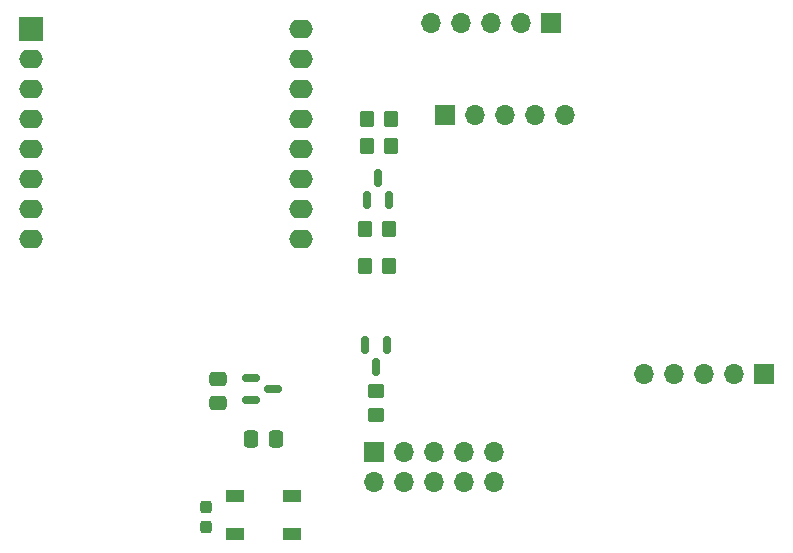
<source format=gbr>
%TF.GenerationSoftware,KiCad,Pcbnew,(6.0.0)*%
%TF.CreationDate,2022-04-16T20:40:41+02:00*%
%TF.ProjectId,bewegungsmelder,62657765-6775-46e6-9773-6d656c646572,rev?*%
%TF.SameCoordinates,Original*%
%TF.FileFunction,Soldermask,Top*%
%TF.FilePolarity,Negative*%
%FSLAX46Y46*%
G04 Gerber Fmt 4.6, Leading zero omitted, Abs format (unit mm)*
G04 Created by KiCad (PCBNEW (6.0.0)) date 2022-04-16 20:40:41*
%MOMM*%
%LPD*%
G01*
G04 APERTURE LIST*
G04 Aperture macros list*
%AMRoundRect*
0 Rectangle with rounded corners*
0 $1 Rounding radius*
0 $2 $3 $4 $5 $6 $7 $8 $9 X,Y pos of 4 corners*
0 Add a 4 corners polygon primitive as box body*
4,1,4,$2,$3,$4,$5,$6,$7,$8,$9,$2,$3,0*
0 Add four circle primitives for the rounded corners*
1,1,$1+$1,$2,$3*
1,1,$1+$1,$4,$5*
1,1,$1+$1,$6,$7*
1,1,$1+$1,$8,$9*
0 Add four rect primitives between the rounded corners*
20,1,$1+$1,$2,$3,$4,$5,0*
20,1,$1+$1,$4,$5,$6,$7,0*
20,1,$1+$1,$6,$7,$8,$9,0*
20,1,$1+$1,$8,$9,$2,$3,0*%
G04 Aperture macros list end*
%ADD10O,1.700000X1.700000*%
%ADD11R,1.700000X1.700000*%
%ADD12RoundRect,0.237500X-0.237500X0.300000X-0.237500X-0.300000X0.237500X-0.300000X0.237500X0.300000X0*%
%ADD13RoundRect,0.250000X0.450000X-0.350000X0.450000X0.350000X-0.450000X0.350000X-0.450000X-0.350000X0*%
%ADD14R,2.000000X2.000000*%
%ADD15O,2.000000X1.600000*%
%ADD16RoundRect,0.150000X-0.150000X0.587500X-0.150000X-0.587500X0.150000X-0.587500X0.150000X0.587500X0*%
%ADD17RoundRect,0.250000X-0.337500X-0.475000X0.337500X-0.475000X0.337500X0.475000X-0.337500X0.475000X0*%
%ADD18RoundRect,0.250000X-0.350000X-0.450000X0.350000X-0.450000X0.350000X0.450000X-0.350000X0.450000X0*%
%ADD19RoundRect,0.250000X-0.475000X0.337500X-0.475000X-0.337500X0.475000X-0.337500X0.475000X0.337500X0*%
%ADD20R,1.500000X1.000000*%
%ADD21RoundRect,0.150000X-0.587500X-0.150000X0.587500X-0.150000X0.587500X0.150000X-0.587500X0.150000X0*%
%ADD22RoundRect,0.150000X0.150000X-0.587500X0.150000X0.587500X-0.150000X0.587500X-0.150000X-0.587500X0*%
G04 APERTURE END LIST*
D10*
%TO.C,J1*%
X101854000Y-126238000D03*
X104394000Y-126238000D03*
X106934000Y-126238000D03*
X109474000Y-126238000D03*
X112014000Y-126238000D03*
X112014000Y-123698000D03*
X109474000Y-123698000D03*
X106934000Y-123698000D03*
X104394000Y-123698000D03*
D11*
X101854000Y-123698000D03*
%TD*%
%TO.C,J3*%
X116840000Y-87408000D03*
D10*
X114300000Y-87408000D03*
X111760000Y-87408000D03*
X109220000Y-87408000D03*
X106680000Y-87408000D03*
%TD*%
D11*
%TO.C,J2*%
X134874000Y-117094000D03*
D10*
X132334000Y-117094000D03*
X129794000Y-117094000D03*
X127254000Y-117094000D03*
X124714000Y-117094000D03*
%TD*%
D12*
%TO.C,C1*%
X87630000Y-128323000D03*
X87630000Y-130048000D03*
%TD*%
D13*
%TO.C,R4*%
X101981000Y-120523000D03*
X101981000Y-118523000D03*
%TD*%
D14*
%TO.C,U1*%
X72748000Y-87884000D03*
D15*
X72748000Y-90424000D03*
X72748000Y-92964000D03*
X72748000Y-95504000D03*
X72748000Y-98044000D03*
X72748000Y-100584000D03*
X72748000Y-103124000D03*
X72748000Y-105664000D03*
X95608000Y-105664000D03*
X95608000Y-103124000D03*
X95608000Y-100584000D03*
X95608000Y-98044000D03*
X95608000Y-95504000D03*
X95608000Y-92964000D03*
X95608000Y-90424000D03*
X95608000Y-87884000D03*
%TD*%
D16*
%TO.C,Q1*%
X102931000Y-114632500D03*
X101031000Y-114632500D03*
X101981000Y-116507500D03*
%TD*%
D17*
%TO.C,R7*%
X91440000Y-122555000D03*
X93515000Y-122555000D03*
%TD*%
D18*
%TO.C,R2*%
X101092000Y-107950000D03*
X103092000Y-107950000D03*
%TD*%
%TO.C,R1*%
X101235000Y-95504000D03*
X103235000Y-95504000D03*
%TD*%
D19*
%TO.C,R6*%
X88646000Y-117475000D03*
X88646000Y-119550000D03*
%TD*%
D18*
%TO.C,R5*%
X101219000Y-97790000D03*
X103219000Y-97790000D03*
%TD*%
D20*
%TO.C,D1*%
X90006000Y-127432000D03*
X90006000Y-130632000D03*
X94906000Y-130632000D03*
X94906000Y-127432000D03*
%TD*%
D11*
%TO.C,J4*%
X107828000Y-95123000D03*
D10*
X110368000Y-95123000D03*
X112908000Y-95123000D03*
X115448000Y-95123000D03*
X117988000Y-95123000D03*
%TD*%
D18*
%TO.C,R3*%
X101092000Y-104775000D03*
X103092000Y-104775000D03*
%TD*%
D21*
%TO.C,Q3*%
X91391500Y-117414000D03*
X91391500Y-119314000D03*
X93266500Y-118364000D03*
%TD*%
D22*
%TO.C,Q2*%
X101219000Y-102362000D03*
X103119000Y-102362000D03*
X102169000Y-100487000D03*
%TD*%
M02*

</source>
